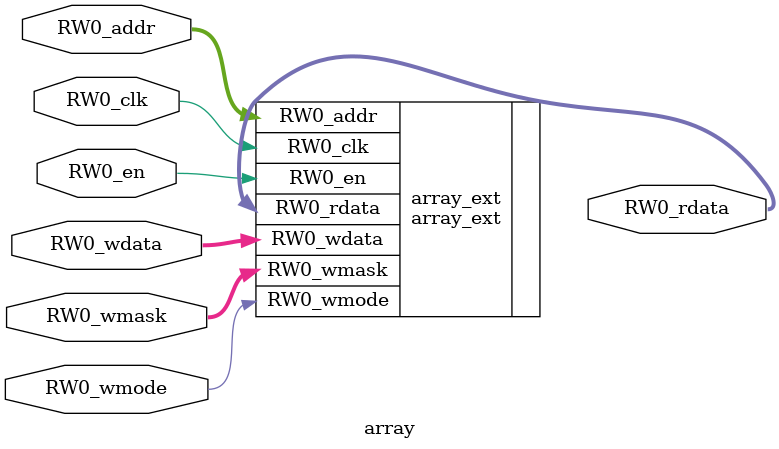
<source format=sv>
`ifndef RANDOMIZE
  `ifdef RANDOMIZE_MEM_INIT
    `define RANDOMIZE
  `endif // RANDOMIZE_MEM_INIT
`endif // not def RANDOMIZE
`ifndef RANDOMIZE
  `ifdef RANDOMIZE_REG_INIT
    `define RANDOMIZE
  `endif // RANDOMIZE_REG_INIT
`endif // not def RANDOMIZE

`ifndef RANDOM
  `define RANDOM $random
`endif // not def RANDOM

// Users can define INIT_RANDOM as general code that gets injected into the
// initializer block for modules with registers.
`ifndef INIT_RANDOM
  `define INIT_RANDOM
`endif // not def INIT_RANDOM

// If using random initialization, you can also define RANDOMIZE_DELAY to
// customize the delay used, otherwise 0.002 is used.
`ifndef RANDOMIZE_DELAY
  `define RANDOMIZE_DELAY 0.002
`endif // not def RANDOMIZE_DELAY

// Define INIT_RANDOM_PROLOG_ for use in our modules below.
`ifndef INIT_RANDOM_PROLOG_
  `ifdef RANDOMIZE
    `ifdef VERILATOR
      `define INIT_RANDOM_PROLOG_ `INIT_RANDOM
    `else  // VERILATOR
      `define INIT_RANDOM_PROLOG_ `INIT_RANDOM #`RANDOMIZE_DELAY begin end
    `endif // VERILATOR
  `else  // RANDOMIZE
    `define INIT_RANDOM_PROLOG_
  `endif // RANDOMIZE
`endif // not def INIT_RANDOM_PROLOG_

// Include register initializers in init blocks unless synthesis is set
`ifndef SYNTHESIS
  `ifndef ENABLE_INITIAL_REG_
    `define ENABLE_INITIAL_REG_
  `endif // not def ENABLE_INITIAL_REG_
`endif // not def SYNTHESIS

// Include rmemory initializers in init blocks unless synthesis is set
`ifndef SYNTHESIS
  `ifndef ENABLE_INITIAL_MEM_
    `define ENABLE_INITIAL_MEM_
  `endif // not def ENABLE_INITIAL_MEM_
`endif // not def SYNTHESIS

module array(
  input  [6:0]   RW0_addr,
  input          RW0_en,
  input          RW0_clk,
  input          RW0_wmode,
  input  [147:0] RW0_wdata,
  output [147:0] RW0_rdata,
  input  [3:0]   RW0_wmask
);

  array_ext array_ext (
    .RW0_addr  (RW0_addr),
    .RW0_en    (RW0_en),
    .RW0_clk   (RW0_clk),
    .RW0_wmode (RW0_wmode),
    .RW0_wdata (RW0_wdata),
    .RW0_rdata (RW0_rdata),
    .RW0_wmask (RW0_wmask)
  );
endmodule


</source>
